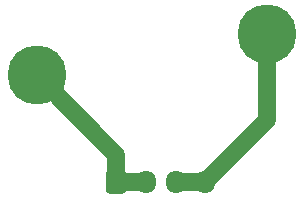
<source format=gbr>
%TF.GenerationSoftware,KiCad,Pcbnew,9.0.3*%
%TF.CreationDate,2025-07-22T22:52:44+10:00*%
%TF.ProjectId,motorMount,6d6f746f-724d-46f7-956e-742e6b696361,rev?*%
%TF.SameCoordinates,Original*%
%TF.FileFunction,Copper,L1,Top*%
%TF.FilePolarity,Positive*%
%FSLAX46Y46*%
G04 Gerber Fmt 4.6, Leading zero omitted, Abs format (unit mm)*
G04 Created by KiCad (PCBNEW 9.0.3) date 2025-07-22 22:52:44*
%MOMM*%
%LPD*%
G01*
G04 APERTURE LIST*
G04 Aperture macros list*
%AMRoundRect*
0 Rectangle with rounded corners*
0 $1 Rounding radius*
0 $2 $3 $4 $5 $6 $7 $8 $9 X,Y pos of 4 corners*
0 Add a 4 corners polygon primitive as box body*
4,1,4,$2,$3,$4,$5,$6,$7,$8,$9,$2,$3,0*
0 Add four circle primitives for the rounded corners*
1,1,$1+$1,$2,$3*
1,1,$1+$1,$4,$5*
1,1,$1+$1,$6,$7*
1,1,$1+$1,$8,$9*
0 Add four rect primitives between the rounded corners*
20,1,$1+$1,$2,$3,$4,$5,0*
20,1,$1+$1,$4,$5,$6,$7,0*
20,1,$1+$1,$6,$7,$8,$9,0*
20,1,$1+$1,$8,$9,$2,$3,0*%
G04 Aperture macros list end*
%TA.AperFunction,ComponentPad*%
%ADD10RoundRect,0.250000X-0.600000X-0.725000X0.600000X-0.725000X0.600000X0.725000X-0.600000X0.725000X0*%
%TD*%
%TA.AperFunction,ComponentPad*%
%ADD11O,1.700000X1.950000*%
%TD*%
%TA.AperFunction,ComponentPad*%
%ADD12C,5.000000*%
%TD*%
%TA.AperFunction,Conductor*%
%ADD13C,1.500000*%
%TD*%
G04 APERTURE END LIST*
D10*
%TO.P,J1,1,Pin_1*%
%TO.N,Earth*%
X145250000Y-107000000D03*
D11*
%TO.P,J1,2,Pin_2*%
X147750000Y-107000000D03*
%TO.P,J1,3,Pin_3*%
%TO.N,+9V*%
X150250000Y-107000000D03*
%TO.P,J1,4,Pin_4*%
X152750000Y-107000000D03*
%TD*%
D12*
%TO.P,H1,1,1*%
%TO.N,Earth*%
X138500000Y-98000000D03*
%TD*%
%TO.P,H2,1,1*%
%TO.N,+9V*%
X158000000Y-94500000D03*
%TD*%
D13*
%TO.N,+9V*%
X150250000Y-107000000D02*
X152750000Y-107000000D01*
%TO.N,Earth*%
X147750000Y-107000000D02*
X145250000Y-107000000D01*
X145250000Y-104750000D02*
X145250000Y-107000000D01*
X138500000Y-98000000D02*
X145250000Y-104750000D01*
%TO.N,+9V*%
X158000000Y-101750000D02*
X152750000Y-107000000D01*
X158000000Y-94500000D02*
X158000000Y-101750000D01*
%TD*%
M02*

</source>
